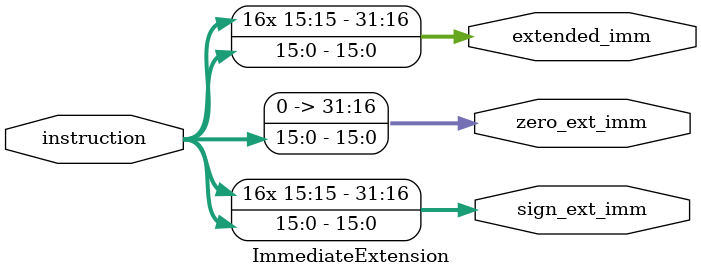
<source format=v>
module ImmediateExtension(
    input wire [15:0] instruction,
    output reg [31:0] sign_ext_imm,
    output reg [31:0] zero_ext_imm,
    output reg [31:0] extended_imm
);

    always @(*) begin
        // Sign-extend the immediate value
        sign_ext_imm = {{16{instruction[15]}}, instruction};

        // Zero-extend the immediate value
        zero_ext_imm = {16'b0, instruction};

        // Use appropriate extension based on control signals if needed
        extended_imm = sign_ext_imm; // Example assignment
    end

endmodule

</source>
